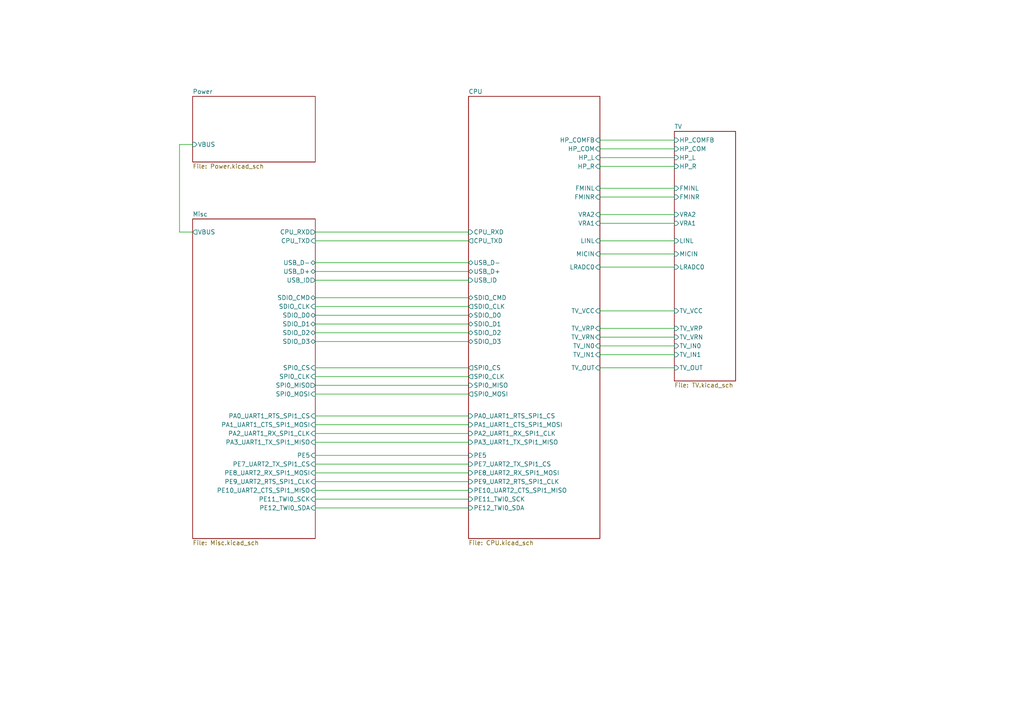
<source format=kicad_sch>
(kicad_sch (version 20210606) (generator eeschema)
  (paper "A4")
  (title_block (title "F1C200S KIT") (rev "V1.0") (company "WUJIQUE"))
  (lib_symbols)
  (wire (pts (xy 52.07 41.91) (xy 55.88 41.91)))
  (wire (pts (xy 52.07 67.31) (xy 52.07 41.91)))
  (wire (pts (xy 55.88 67.31) (xy 52.07 67.31)))
  (wire (pts (xy 91.44 67.31) (xy 135.89 67.31)))
  (wire (pts (xy 91.44 69.85) (xy 135.89 69.85)))
  (wire (pts (xy 91.44 76.2) (xy 135.89 76.2)))
  (wire (pts (xy 91.44 78.74) (xy 135.89 78.74)))
  (wire (pts (xy 91.44 81.28) (xy 135.89 81.28)))
  (wire (pts (xy 91.44 86.36) (xy 135.89 86.36)))
  (wire (pts (xy 91.44 88.9) (xy 135.89 88.9)))
  (wire (pts (xy 91.44 91.44) (xy 135.89 91.44)))
  (wire (pts (xy 91.44 93.98) (xy 135.89 93.98)))
  (wire (pts (xy 91.44 96.52) (xy 135.89 96.52)))
  (wire (pts (xy 91.44 99.06) (xy 135.89 99.06)))
  (wire (pts (xy 91.44 106.68) (xy 135.89 106.68)))
  (wire (pts (xy 91.44 109.22) (xy 135.89 109.22)))
  (wire (pts (xy 91.44 111.76) (xy 135.89 111.76)))
  (wire (pts (xy 91.44 114.3) (xy 135.89 114.3)))
  (wire (pts (xy 91.44 123.19) (xy 135.89 123.19)))
  (wire (pts (xy 91.44 128.27) (xy 135.89 128.27)))
  (wire (pts (xy 91.44 144.78) (xy 135.89 144.78)))
  (wire (pts (xy 135.89 120.65) (xy 91.44 120.65)))
  (wire (pts (xy 135.89 125.73) (xy 91.44 125.73)))
  (wire (pts (xy 135.89 132.08) (xy 91.44 132.08)))
  (wire (pts (xy 135.89 134.62) (xy 91.44 134.62)))
  (wire (pts (xy 135.89 137.16) (xy 91.44 137.16)))
  (wire (pts (xy 135.89 139.7) (xy 91.44 139.7)))
  (wire (pts (xy 135.89 142.24) (xy 91.44 142.24)))
  (wire (pts (xy 135.89 147.32) (xy 91.44 147.32)))
  (wire (pts (xy 173.99 40.64) (xy 195.58 40.64)))
  (wire (pts (xy 173.99 43.18) (xy 195.58 43.18)))
  (wire (pts (xy 173.99 45.72) (xy 195.58 45.72)))
  (wire (pts (xy 173.99 48.26) (xy 195.58 48.26)))
  (wire (pts (xy 173.99 54.61) (xy 195.58 54.61)))
  (wire (pts (xy 173.99 57.15) (xy 195.58 57.15)))
  (wire (pts (xy 173.99 62.23) (xy 195.58 62.23)))
  (wire (pts (xy 173.99 64.77) (xy 195.58 64.77)))
  (wire (pts (xy 173.99 69.85) (xy 195.58 69.85)))
  (wire (pts (xy 173.99 73.66) (xy 195.58 73.66)))
  (wire (pts (xy 173.99 77.47) (xy 195.58 77.47)))
  (wire (pts (xy 173.99 90.17) (xy 195.58 90.17)))
  (wire (pts (xy 173.99 95.25) (xy 195.58 95.25)))
  (wire (pts (xy 173.99 97.79) (xy 195.58 97.79)))
  (wire (pts (xy 173.99 100.33) (xy 195.58 100.33)))
  (wire (pts (xy 173.99 102.87) (xy 195.58 102.87)))
  (wire (pts (xy 173.99 106.68) (xy 195.58 106.68)))
  (sheet (at 135.89 27.94) (size 38.1 128.27)
    (property "图框名称" "CPU" (at 135.89 27.3045 0) (effects (justify left bottom)))
    (property "图框文件" "CPU.kicad_sch" (at 135.89 156.7185 0) (effects (justify left top)))
    (pin "USB_D-" bidirectional (at 135.89 76.2 180))
    (pin "USB_D+" bidirectional (at 135.89 78.74 180))
    (pin "CPU_RXD" input (at 135.89 67.31 180))
    (pin "CPU_TXD" output (at 135.89 69.85 180))
    (pin "USB_ID" input (at 135.89 81.28 180))
    (pin "SDIO_CLK" output (at 135.89 88.9 180))
    (pin "SDIO_D2" bidirectional (at 135.89 96.52 180))
    (pin "SDIO_D3" bidirectional (at 135.89 99.06 180))
    (pin "SDIO_CMD" bidirectional (at 135.89 86.36 180))
    (pin "SDIO_D0" bidirectional (at 135.89 91.44 180))
    (pin "SDIO_D1" bidirectional (at 135.89 93.98 180))
    (pin "SPI0_CS" output (at 135.89 106.68 180))
    (pin "SPI0_CLK" output (at 135.89 109.22 180))
    (pin "SPI0_MISO" input (at 135.89 111.76 180))
    (pin "SPI0_MOSI" output (at 135.89 114.3 180))
    (pin "HP_L" input (at 173.99 45.72 0))
    (pin "HP_R" input (at 173.99 48.26 0))
    (pin "HP_COM" input (at 173.99 43.18 0))
    (pin "VRA1" input (at 173.99 64.77 0))
    (pin "VRA2" input (at 173.99 62.23 0))
    (pin "FMINL" input (at 173.99 54.61 0))
    (pin "FMINR" input (at 173.99 57.15 0))
    (pin "LINL" input (at 173.99 69.85 0))
    (pin "MICIN" input (at 173.99 73.66 0))
    (pin "LRADC0" input (at 173.99 77.47 0))
    (pin "TV_IN0" input (at 173.99 100.33 0))
    (pin "TV_IN1" input (at 173.99 102.87 0))
    (pin "TV_VRP" input (at 173.99 95.25 0))
    (pin "TV_VRN" input (at 173.99 97.79 0))
    (pin "TV_VCC" input (at 173.99 90.17 0))
    (pin "TV_OUT" input (at 173.99 106.68 0))
    (pin "PA0_UART1_RTS_SPI1_CS" input (at 135.89 120.65 180))
    (pin "PA1_UART1_CTS_SPI1_MOSI" input (at 135.89 123.19 180))
    (pin "PA2_UART1_RX_SPI1_CLK" input (at 135.89 125.73 180))
    (pin "PA3_UART1_TX_SPI1_MISO" input (at 135.89 128.27 180))
    (pin "PE7_UART2_TX_SPI1_CS" input (at 135.89 134.62 180))
    (pin "PE8_UART2_RX_SPI1_MOSI" input (at 135.89 137.16 180))
    (pin "PE9_UART2_RTS_SPI1_CLK" input (at 135.89 139.7 180))
    (pin "PE10_UART2_CTS_SPI1_MISO" input (at 135.89 142.24 180))
    (pin "PE12_TWI0_SDA" input (at 135.89 147.32 180))
    (pin "PE11_TWI0_SCK" input (at 135.89 144.78 180))
    (pin "PE5" input (at 135.89 132.08 180))
    (pin "HP_COMFB" input (at 173.99 40.64 0))
  )
  (sheet (at 55.88 63.5) (size 35.56 92.71)
    (property "图框名称" "Misc" (at 55.88 62.8645 0) (effects (justify left bottom)))
    (property "图框文件" "Misc.kicad_sch" (at 55.88 156.7185 0) (effects (justify left top)))
    (pin "CPU_RXD" output (at 91.44 67.31 0))
    (pin "CPU_TXD" input (at 91.44 69.85 0))
    (pin "VBUS" output (at 55.88 67.31 180))
    (pin "USB_D-" bidirectional (at 91.44 76.2 0))
    (pin "USB_D+" bidirectional (at 91.44 78.74 0))
    (pin "SDIO_CLK" input (at 91.44 88.9 0))
    (pin "SDIO_D0" bidirectional (at 91.44 91.44 0))
    (pin "SDIO_D3" bidirectional (at 91.44 99.06 0))
    (pin "SDIO_CMD" bidirectional (at 91.44 86.36 0))
    (pin "SDIO_D1" bidirectional (at 91.44 93.98 0))
    (pin "USB_ID" output (at 91.44 81.28 0))
    (pin "SDIO_D2" bidirectional (at 91.44 96.52 0))
    (pin "SPI0_CS" input (at 91.44 106.68 0))
    (pin "SPI0_CLK" input (at 91.44 109.22 0))
    (pin "SPI0_MISO" output (at 91.44 111.76 0))
    (pin "SPI0_MOSI" input (at 91.44 114.3 0))
    (pin "PE7_UART2_TX_SPI1_CS" input (at 91.44 134.62 0))
    (pin "PE8_UART2_RX_SPI1_MOSI" input (at 91.44 137.16 0))
    (pin "PE9_UART2_RTS_SPI1_CLK" input (at 91.44 139.7 0))
    (pin "PE10_UART2_CTS_SPI1_MISO" input (at 91.44 142.24 0))
    (pin "PA0_UART1_RTS_SPI1_CS" input (at 91.44 120.65 0))
    (pin "PA1_UART1_CTS_SPI1_MOSI" input (at 91.44 123.19 0))
    (pin "PA2_UART1_RX_SPI1_CLK" input (at 91.44 125.73 0))
    (pin "PA3_UART1_TX_SPI1_MISO" input (at 91.44 128.27 0))
    (pin "PE11_TWI0_SCK" input (at 91.44 144.78 0))
    (pin "PE12_TWI0_SDA" input (at 91.44 147.32 0))
    (pin "PE5" input (at 91.44 132.08 0))
  )
  (sheet (at 55.88 27.94) (size 35.56 19.05)
    (property "图框名称" "Power" (at 55.88 27.3045 0) (effects (justify left bottom)))
    (property "图框文件" "Power.kicad_sch" (at 55.88 47.4985 0) (effects (justify left top)))
    (pin "VBUS" input (at 55.88 41.91 180))
  )
  (sheet (at 195.58 38.1) (size 17.78 72.39)
    (property "图框名称" "TV" (at 195.58 37.4645 0) (effects (justify left bottom)))
    (property "图框文件" "TV.kicad_sch" (at 195.58 110.9985 0) (effects (justify left top)))
    (pin "HP_L" input (at 195.58 45.72 180))
    (pin "HP_COM" input (at 195.58 43.18 180))
    (pin "HP_R" input (at 195.58 48.26 180))
    (pin "MICIN" input (at 195.58 73.66 180))
    (pin "LINL" input (at 195.58 69.85 180))
    (pin "FMINR" input (at 195.58 57.15 180))
    (pin "FMINL" input (at 195.58 54.61 180))
    (pin "VRA2" input (at 195.58 62.23 180))
    (pin "VRA1" input (at 195.58 64.77 180))
    (pin "LRADC0" input (at 195.58 77.47 180))
    (pin "TV_IN0" input (at 195.58 100.33 180))
    (pin "TV_IN1" input (at 195.58 102.87 180))
    (pin "TV_VRP" input (at 195.58 95.25 180))
    (pin "TV_VRN" input (at 195.58 97.79 180))
    (pin "TV_VCC" input (at 195.58 90.17 180))
    (pin "TV_OUT" input (at 195.58 106.68 180))
    (pin "HP_COMFB" input (at 195.58 40.64 180))
  )
)
</source>
